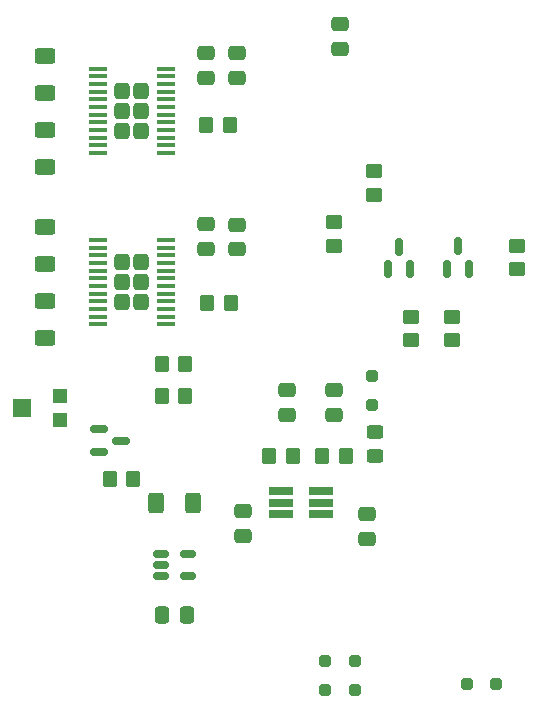
<source format=gbp>
G04 #@! TF.GenerationSoftware,KiCad,Pcbnew,8.0.5+dfsg-1*
G04 #@! TF.CreationDate,2025-08-13T00:48:16+00:00*
G04 #@! TF.ProjectId,telescope,74656c65-7363-46f7-9065-2e6b69636164,rev?*
G04 #@! TF.SameCoordinates,Original*
G04 #@! TF.FileFunction,Paste,Bot*
G04 #@! TF.FilePolarity,Positive*
%FSLAX46Y46*%
G04 Gerber Fmt 4.6, Leading zero omitted, Abs format (unit mm)*
G04 Created by KiCad (PCBNEW 8.0.5+dfsg-1) date 2025-08-13 00:48:16*
%MOMM*%
%LPD*%
G01*
G04 APERTURE LIST*
G04 Aperture macros list*
%AMRoundRect*
0 Rectangle with rounded corners*
0 $1 Rounding radius*
0 $2 $3 $4 $5 $6 $7 $8 $9 X,Y pos of 4 corners*
0 Add a 4 corners polygon primitive as box body*
4,1,4,$2,$3,$4,$5,$6,$7,$8,$9,$2,$3,0*
0 Add four circle primitives for the rounded corners*
1,1,$1+$1,$2,$3*
1,1,$1+$1,$4,$5*
1,1,$1+$1,$6,$7*
1,1,$1+$1,$8,$9*
0 Add four rect primitives between the rounded corners*
20,1,$1+$1,$2,$3,$4,$5,0*
20,1,$1+$1,$4,$5,$6,$7,0*
20,1,$1+$1,$6,$7,$8,$9,0*
20,1,$1+$1,$8,$9,$2,$3,0*%
G04 Aperture macros list end*
%ADD10RoundRect,0.250000X-0.625000X0.400000X-0.625000X-0.400000X0.625000X-0.400000X0.625000X0.400000X0*%
%ADD11RoundRect,0.250000X0.475000X-0.337500X0.475000X0.337500X-0.475000X0.337500X-0.475000X-0.337500X0*%
%ADD12RoundRect,0.250000X0.625000X-0.400000X0.625000X0.400000X-0.625000X0.400000X-0.625000X-0.400000X0*%
%ADD13RoundRect,0.250000X-0.475000X0.337500X-0.475000X-0.337500X0.475000X-0.337500X0.475000X0.337500X0*%
%ADD14R,2.000000X0.650000*%
%ADD15RoundRect,0.250000X-0.350000X-0.450000X0.350000X-0.450000X0.350000X0.450000X-0.350000X0.450000X0*%
%ADD16RoundRect,0.150000X-0.512500X-0.150000X0.512500X-0.150000X0.512500X0.150000X-0.512500X0.150000X0*%
%ADD17RoundRect,0.250000X0.450000X-0.350000X0.450000X0.350000X-0.450000X0.350000X-0.450000X-0.350000X0*%
%ADD18RoundRect,0.100000X0.650000X0.100000X-0.650000X0.100000X-0.650000X-0.100000X0.650000X-0.100000X0*%
%ADD19RoundRect,0.249999X0.395001X0.420001X-0.395001X0.420001X-0.395001X-0.420001X0.395001X-0.420001X0*%
%ADD20RoundRect,0.150000X0.150000X-0.587500X0.150000X0.587500X-0.150000X0.587500X-0.150000X-0.587500X0*%
%ADD21RoundRect,0.250000X-0.337500X-0.475000X0.337500X-0.475000X0.337500X0.475000X-0.337500X0.475000X0*%
%ADD22RoundRect,0.250000X-0.250000X-0.250000X0.250000X-0.250000X0.250000X0.250000X-0.250000X0.250000X0*%
%ADD23RoundRect,0.250000X0.450000X-0.325000X0.450000X0.325000X-0.450000X0.325000X-0.450000X-0.325000X0*%
%ADD24RoundRect,0.250000X0.350000X0.450000X-0.350000X0.450000X-0.350000X-0.450000X0.350000X-0.450000X0*%
%ADD25RoundRect,0.250000X0.250000X-0.250000X0.250000X0.250000X-0.250000X0.250000X-0.250000X-0.250000X0*%
%ADD26R,1.200000X1.200000*%
%ADD27R,1.500000X1.600000*%
%ADD28RoundRect,0.150000X-0.587500X-0.150000X0.587500X-0.150000X0.587500X0.150000X-0.587500X0.150000X0*%
%ADD29RoundRect,0.250000X0.250000X0.250000X-0.250000X0.250000X-0.250000X-0.250000X0.250000X-0.250000X0*%
%ADD30RoundRect,0.250000X-0.400000X-0.625000X0.400000X-0.625000X0.400000X0.625000X-0.400000X0.625000X0*%
G04 APERTURE END LIST*
D10*
X191500000Y-88450000D03*
X191500000Y-91550000D03*
D11*
X211980000Y-118810168D03*
X211980000Y-116735168D03*
D12*
X191500000Y-112300000D03*
X191500000Y-109200000D03*
D13*
X205175000Y-88207500D03*
X205175000Y-90282500D03*
D14*
X211480000Y-127190000D03*
X211480000Y-126240000D03*
X211480000Y-125290000D03*
X214900000Y-125290000D03*
X214900000Y-126240000D03*
X214900000Y-127190000D03*
D10*
X191500000Y-102950000D03*
X191500000Y-106050000D03*
D11*
X215980000Y-118810168D03*
X215980000Y-116735168D03*
D15*
X197000000Y-124250000D03*
X199000000Y-124250000D03*
X201400000Y-117250000D03*
X203400000Y-117250000D03*
D16*
X201342500Y-132490000D03*
X201342500Y-131540000D03*
X201342500Y-130590000D03*
X203617500Y-130590000D03*
X203617500Y-132490000D03*
D12*
X191500000Y-97800000D03*
X191500000Y-94700000D03*
D13*
X216500000Y-85725000D03*
X216500000Y-87800000D03*
D17*
X219400000Y-100200000D03*
X219400000Y-98200000D03*
D18*
X196000000Y-104000000D03*
X196000000Y-104650000D03*
X196000000Y-105300000D03*
X196000000Y-105950000D03*
X196000000Y-106600000D03*
X196000000Y-107250000D03*
X196000000Y-107900000D03*
X196000000Y-108550000D03*
X196000000Y-109200000D03*
X196000000Y-109850000D03*
X196000000Y-110500000D03*
X196000000Y-111150000D03*
X201750000Y-111150000D03*
X201750000Y-110500000D03*
X201750000Y-109850000D03*
X201750000Y-109200000D03*
X201750000Y-108550000D03*
X201750000Y-107900000D03*
X201750000Y-107250000D03*
X201750000Y-106600000D03*
X201750000Y-105950000D03*
X201750000Y-105300000D03*
X201750000Y-104650000D03*
X201750000Y-104000000D03*
D19*
X198075000Y-105905000D03*
X198075000Y-107575000D03*
X198075000Y-109245000D03*
X199675000Y-105905000D03*
X199675000Y-107575000D03*
X199675000Y-109245000D03*
D20*
X227450000Y-106437500D03*
X225550000Y-106437500D03*
X226500000Y-104562500D03*
D11*
X207750000Y-104787500D03*
X207750000Y-102712500D03*
D17*
X216000000Y-104500000D03*
X216000000Y-102500000D03*
D21*
X201462500Y-135750000D03*
X203537500Y-135750000D03*
D11*
X208250000Y-129037500D03*
X208250000Y-126962500D03*
D22*
X215250000Y-139622668D03*
X217750000Y-139622668D03*
D20*
X222450000Y-106500000D03*
X220550000Y-106500000D03*
X221500000Y-104625000D03*
D18*
X196000000Y-89500000D03*
X196000000Y-90150000D03*
X196000000Y-90800000D03*
X196000000Y-91450000D03*
X196000000Y-92100000D03*
X196000000Y-92750000D03*
X196000000Y-93400000D03*
X196000000Y-94050000D03*
X196000000Y-94700000D03*
X196000000Y-95350000D03*
X196000000Y-96000000D03*
X196000000Y-96650000D03*
X201750000Y-96650000D03*
X201750000Y-96000000D03*
X201750000Y-95350000D03*
X201750000Y-94700000D03*
X201750000Y-94050000D03*
X201750000Y-93400000D03*
X201750000Y-92750000D03*
X201750000Y-92100000D03*
X201750000Y-91450000D03*
X201750000Y-90800000D03*
X201750000Y-90150000D03*
X201750000Y-89500000D03*
D19*
X198075000Y-91405000D03*
X198075000Y-93075000D03*
X198075000Y-94745000D03*
X199675000Y-91405000D03*
X199675000Y-93075000D03*
X199675000Y-94745000D03*
D23*
X219480000Y-122315000D03*
X219480000Y-120265000D03*
D24*
X203400000Y-114500000D03*
X201400000Y-114500000D03*
D22*
X215250000Y-142122668D03*
X217750000Y-142122668D03*
D17*
X226000000Y-112500000D03*
X226000000Y-110500000D03*
D15*
X205250000Y-109379900D03*
X207250000Y-109379900D03*
D25*
X219250000Y-118000000D03*
X219250000Y-115500000D03*
D13*
X205175000Y-102670000D03*
X205175000Y-104745000D03*
D24*
X214980000Y-122290000D03*
X216980000Y-122290000D03*
D26*
X192800000Y-117250000D03*
D27*
X189550000Y-118250000D03*
D26*
X192800000Y-119250000D03*
D15*
X205175000Y-94245000D03*
X207175000Y-94245000D03*
D28*
X196062500Y-121950000D03*
X196062500Y-120050000D03*
X197937500Y-121000000D03*
D29*
X229750000Y-141622668D03*
X227250000Y-141622668D03*
D11*
X218750000Y-129287500D03*
X218750000Y-127212500D03*
D17*
X222500000Y-112500000D03*
X222500000Y-110500000D03*
D24*
X210480000Y-122290000D03*
X212480000Y-122290000D03*
D11*
X207750000Y-90287500D03*
X207750000Y-88212500D03*
D30*
X200930000Y-126290000D03*
X204030000Y-126290000D03*
D17*
X231500000Y-106500000D03*
X231500000Y-104500000D03*
M02*

</source>
